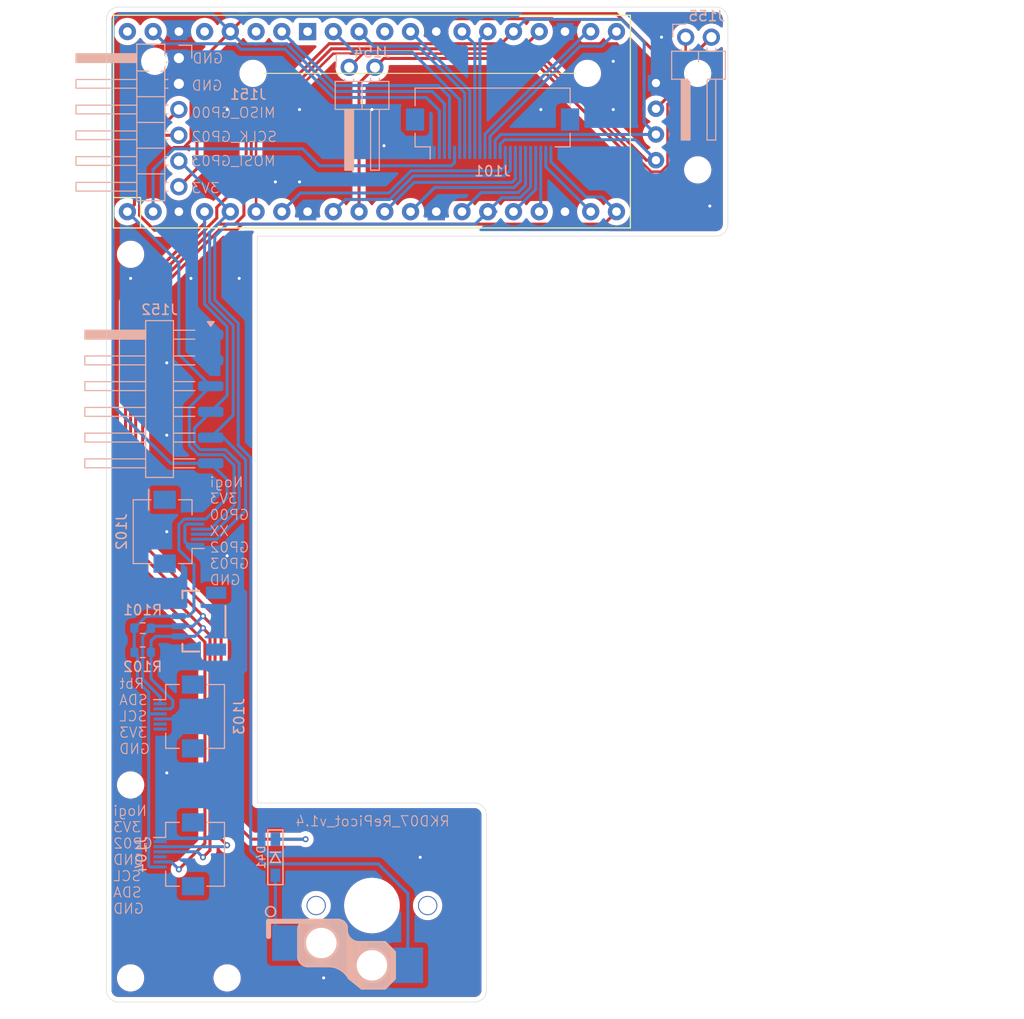
<source format=kicad_pcb>
(kicad_pcb (version 20241229) (generator "pcbnew") (generator_version "9.0")
  (layers (0 "F.Cu" signal) (2 "B.Cu" signal) (13 "F.Paste" user) (15 "B.Paste" user) (5 "F.SilkS" user "F.Silkscreen") (7 "B.SilkS" user "B.Silkscreen") (1 "F.Mask" user) (3 "B.Mask" user) (25 "Edge.Cuts" user))
  (net 0 "")
  (net 1 "VCC")
  (net 2 "GND")
  (net 3 "3V3")
  (net 13 "ROW4_L")
  (net 14 "COL9_L")
  (net 15 "SDA{slash}SCK_L")
  (net 16 "COL4_L")
  (net 17 "COL10_L")
  (net 18 "ROW1_L")
  (net 19 "COL2_L")
  (net 20 "ROW3_L")
  (net 21 "COL13_L")
  (net 22 "COL8_L")
  (net 23 "COL0_L")
  (net 24 "ROW0_L")
  (net 25 "COL6_L")
  (net 26 "COL3_L")
  (net 27 "COL7_L")
  (net 28 "COL5_L")
  (net 29 "COL1_L")
  (net 30 "SCL{slash}TX_L")
  (net 31 "ROW2_L")
  (net 32 "COL12_L")
  (net 33 "COL11_L")
  (net 34 "GP04")
  (net 35 "GP07")
  (net 36 "Net-(D41-A)")
  (net 37 "GP02_SCLK")
  (net 38 "GP00_MISO")
  (net 39 "GP03_MOSI")
  (footprint "kbd_Hole:m2_Screw_Hole" (layer "F.Cu") (at 80.9625 123.825)
    (property "Reference" "Ref**")
    (property "Value" "Val**")
  )
  (footprint "kbd_Hole:m2_Screw_Hole" (layer "F.Cu") (at 80.9625 52.3875)
    (property "Reference" "Ref**")
    (property "Value" "Val**")
  )
  (footprint "kbd_Hole:m2_Screw_Hole" (layer "F.Cu") (at 136.92199 34.528151)
    (property "Reference" "Ref**")
    (property "Value" "Val**")
  )
  (footprint "kbd_Hole:m2_Screw_Hole" (layer "F.Cu") (at 136.92199 44.053159)
    (property "Reference" "Ref**")
    (property "Value" "Val**")
  )
  (footprint "kbd_Hole:m2_Screw_Hole" (layer "F.Cu") (at 83.34375 33.337532)
    (property "Reference" "Ref**")
    (property "Value" "Val**")
  )
  (footprint "Rikkodo_FootPrint:rkd_RPi_Pico_TH_NODBG" (layer "F.Cu") (at 104.775 39.290625 90)
    (property "Reference" "U101" (hide yes))
    (property "Value" "Pico")
  )
  (footprint "kbd_Hole:m2_Screw_Hole" (layer "F.Cu") (at 90.4875 123.825)
    (property "Reference" "Ref**")
    (property "Value" "Val**")
  )
  (footprint "kbd_Hole:m2_Screw_Hole" (layer "F.Cu") (at 80.9625 104.775)
    (property "Reference" "Ref**")
    (property "Value" "Val**")
  )
  (footprint "BrownSugar_KBD:OLED_center_display" (layer "F.Cu") (at 114.3 39.290625 90)
    (property "Reference" "OL101")
    (property "Value" "OLED")
  )
  (footprint "Rikkodo_FootPrint:rkd_Asm_ChocV1V2_Hotswap_1u" (layer "F.Cu") (at 104.775 116.68125)
    (property "Reference" "SW41" (hide yes))
    (property "Value" "SW_Push" (hide yes))
  )
  (footprint "kbd_Parts:Diode_SMD" (layer "F.Cu") (at 95.25 111.91875 -90)
    (property "Reference" "D41")
    (property "Value" "D" (hide yes))
  )
  (footprint "Rikkodo_FootPrint:rkd_unified_wid_BTM" (layer "F.Cu") (at 109.5375 34.528125)
    (property "Reference" "UnifiedW**" (hide yes))
    (property "Value" "rkd_unified_wid_BTM" (hide yes))
  )
  (footprint "Connector_PinHeader_2.54mm:PinHeader_1x02_P2.54mm_Horizontal" (layer "B.Cu") (at 135.73125 30.95625 -90)
    (property "Reference" "J155")
    (property "Value" "Conn_01x02_Socket")
  )
  (footprint "Connector_FFC-FPC:Hirose_FH12-6S-0.5SH_1x06-1MP_P0.50mm_Horizontal" (layer "B.Cu") (at 85.724928 111.621 -90)
    (property "Reference" "J104")
    (property "Value" "Conn_01x06")
  )
  (footprint "Connector_FFC-FPC:Hirose_FH12-6S-0.5SH_1x06-1MP_P0.50mm_Horizontal" (layer "B.Cu") (at 85.725 79.771875 90)
    (property "Reference" "J102")
    (property "Value" "Conn_01x06")
  )
  (footprint "Connector_PinHeader_2.54mm:PinHeader_1x06_P2.54mm_Horizontal" (layer "B.Cu") (at 85.725 33.02 180)
    (property "Reference" "J151")
    (property "Value" "Conn_01x06")
  )
  (footprint "SparkFun-Connector:JST_SMD_1.0mm-4_Black" (layer "B.Cu") (at 85.725 88.60625 -90)
    (property "Reference" "J153")
    (property "Value" "Qwiic_RA")
  )
  (footprint "DreaM117er-keebLibrary:Hirose_FH12-6S-0.5SH_1x06-1MP_P0.50mm_Horizontal" (layer "B.Cu") (at 85.725 98.0125 -90)
    (property "Reference" "J103")
    (property "Value" "Conn_01x06")
  )
  (footprint "Connector_Harwin:Harwin_M20-89006xx_1x06_P2.54mm_Horizontal" (layer "B.Cu") (at 83.34375 66.675 180)
    (property "Reference" "J152")
    (property "Value" "Conn_01x06")
  )
  (footprint "Connector_PinHeader_2.54mm:PinHeader_1x02_P2.54mm_Horizontal" (layer "B.Cu") (at 102.532568 33.932841 -90)
    (property "Reference" "J154")
    (property "Value" "Conn_01x02_Socket")
  )
  (footprint "Resistor_SMD:R_0603_1608Metric" (layer "B.Cu") (at 82.153194 91.678202)
    (property "Reference" "R102")
    (property "Value" "1kΩ")
  )
  (footprint "Connector_FFC-FPC:Hirose_FH12-24S-0.5SH_1x24-1MP_P0.50mm_Horizontal" (layer "B.Cu") (at 116.68125 40.48125)
    (property "Reference" "J101")
    (property "Value" "Conn_01x24")
  )
  (footprint "Resistor_SMD:R_0603_1608Metric" (layer "B.Cu") (at 82.153194 89.29695)
    (property "Reference" "R101")
    (property "Value" "1kΩ")
  )
  (gr_line (start 79.771875 27.979708) (end 138.707929 27.979708) (stroke (width 0.05)) (layer "Edge.Cuts"))
  (gr_arc (start 138.707929 27.979686) (mid 139.549832 28.328418) (end 139.898577 29.170311) (stroke (width 0.05)) (layer "Edge.Cuts"))
  (gr_arc (start 78.581392 29.170409) (mid 78.930113 28.328529) (end 79.772017 27.979784) (stroke (width 0.05)) (layer "Edge.Cuts"))
  (gr_line (start 114.895418 126.20625) (end 79.771942 126.206251) (stroke (width 0.05)) (layer "Edge.Cuts"))
  (gr_arc (start 114.895409 106.561027) (mid 115.737309 106.909753) (end 116.086035 107.751653) (stroke (width 0.05)) (layer "Edge.Cuts"))
  (gr_line (start 93.464141 106.561027) (end 114.8954 106.561027) (stroke (width 0.05)) (layer "Edge.Cuts"))
  (gr_line (start 139.898574 29.160641) (end 139.898556 49.4109) (stroke (width 0.05)) (layer "Edge.Cuts"))
  (gr_arc (start 79.771942 126.206251) (mid 78.930042 125.857525) (end 78.581316 125.015625) (stroke (width 0.05)) (layer "Edge.Cuts"))
  (gr_arc (start 139.898555 49.410979) (mid 139.549811 50.252858) (end 138.707931 50.601603) (stroke (width 0.05)) (layer "Edge.Cuts"))
  (gr_line (start 138.707931 50.601605) (end 93.464141 50.601605) (stroke (width 0.05)) (layer "Edge.Cuts"))
  (gr_line (start 116.086035 107.742188) (end 116.086036 125.019964) (stroke (width 0.05)) (layer "Edge.Cuts"))
  (gr_line (start 78.581314 29.170409) (end 78.581316 125.015625) (stroke (width 0.05)) (layer "Edge.Cuts"))
  (gr_arc (start 116.086044 125.015625) (mid 115.73731 125.857516) (end 114.895418 126.206251) (stroke (width 0.05)) (layer "Edge.Cuts"))
  (gr_line (start 93.464141 50.601605) (end 93.464141 106.561027) (stroke (width 0.05)) (layer "Edge.Cuts"))
  (gr_text "MOSI_GP03" (at 86.915552 43.755432 0) (layer "B.SilkS") (effects (font (size 1 1) (thickness 0.1)) (justify right bottom mirror)))
  (gr_text "3V3" (at 86.915552 46.434336 0) (layer "B.SilkS") (effects (font (size 1 1) (thickness 0.1)) (justify right bottom mirror)))
  (gr_text "SCLK_GP02" (at 86.915552 41.374184 0) (layer "B.SilkS") (effects (font (size 1 1) (thickness 0.1)) (justify right bottom mirror)))
  (gr_text "MISO_GP00" (at 86.915552 38.992936 0) (layer "B.SilkS") (effects (font (size 1 1) (thickness 0.1)) (justify right bottom mirror)))
  (gr_text "RKD07_RePicot_v1.4" (at 112.514157 108.942279 0) (layer "B.SilkS") (effects (font (size 1 1) (thickness 0.1)) (justify left bottom mirror)))
  (gr_text "GND" (at 86.915552 36.314032 0) (layer "B.SilkS") (effects (font (size 1 1) (thickness 0.1)) (justify right bottom mirror)))
  (gr_text "GND" (at 86.995 33.635128 0) (layer "B.SilkS") (effects (font (size 1 1) (thickness 0.1)) (justify right bottom mirror)))
  (gr_text "Rbt\nSDA\nSCL\n3V3\nGND" (at 79.771942 101.798523 0) (layer "B.SilkS") (effects (font (size 1 1) (thickness 0.1)) (justify right bottom mirror)))
  (gr_text "Nogi\n3V3\nGP00\nXX\nGP02\nGP03\nGND" (at 88.701637 85.129759 0) (layer "B.SilkS") (effects (font (size 1 1) (thickness 0.1)) (justify right bottom mirror)))
  (gr_text "Nogi\n3V3\nGP02\nGND\nSCL\nSDA\nGND" (at 79.176496 117.57412 0) (layer "B.SilkS") (effects (font (size 1 1) (thickness 0.1)) (justify right bottom mirror)))
  (segment (start 83.64148 30.400657) (end 83.64148 30.93648) (width 0.3) (layer "F.Cu") (net 1))
  (segment (start 96.202478 32.146902) (end 91.842757 32.146902) (width 0.3) (layer "B.Cu") (net 1))
  (segment (start 111.43125 38.207751) (end 110.132905 36.909406) (width 0.3) (layer "B.Cu") (net 1))
  (segment (start 100.964982 36.909406) (end 96.202478 32.146902) (width 0.3) (layer "B.Cu") (net 1))
  (segment (start 111.43125 42.33125) (end 111.43125 38.207751) (width 0.3) (layer "B.Cu") (net 1))
  (segment (start 91.842757 32.146902) (end 91.29748 31.601625) (width 0.3) (layer "B.Cu") (net 1))
  (segment (start 110.132905 36.909406) (end 100.964982 36.909406) (width 0.3) (layer "B.Cu") (net 1))
  (segment (start 91.29748 31.601625) (end 84.386 31.601625) (width 0.3) (layer "B.Cu") (net 1))
  (segment (start 84.386 31.601625) (end 83.185 30.400625) (width 0.3) (layer "B.Cu") (net 1))
  (segment (start 112.393917 29.131708) (end 122.556083 29.131708) (width 0.3) (layer "F.Cu") (net 2))
  (segment (start 122.556083 29.131708) (end 123.825 30.400625) (width 0.3) (layer "F.Cu") (net 2))
  (segment (start 83.777385 43.296135) (end 83.777385 46.23301) (width 0.3) (layer "F.Cu") (net 2))
  (segment (start 111.125 48.180625) (end 112.326 46.979625) (width 0.3) (layer "F.Cu") (net 2))
  (segment (start 128.921 31.601625) (end 132.8 35.480625) (width 0.3) (layer "F.Cu") (net 2))
  (segment (start 122.624 46.979625) (end 123.825 48.180625) (width 0.3) (layer "F.Cu") (net 2))
  (segment (start 86.926 41.137471) (end 86.222471 41.841) (width 0.3) (layer "F.Cu") (net 2))
  (segment (start 86.222471 41.841) (end 85.23252 41.841) (width 0.3) (layer "F.Cu") (net 2))
  (segment (start 112.326 46.979625) (end 122.624 46.979625) (width 0.3) (layer "F.Cu") (net 2))
  (segment (start 98.425 48.180625) (end 98.425 46.0375) (width 0.3) (layer "F.Cu") (net 2))
  (segment (start 85.725 33.02) (end 85.725 30.400625) (width 0.3) (layer "F.Cu") (net 2))
  (segment (start 111.125 48.180625) (end 111.125 46.83125) (width 0.3) (layer "F.Cu") (net 2))
  (segment (start 98.425 46.0375) (end 97.63125 45.24375) (width 0.3) (layer "F.Cu") (net 2))
  (segment (start 111.125 46.83125) (end 105.965625 41.671875) (width 0.3) (layer "F.Cu") (net 2))
  (segment (start 85.23252 41.841) (end 83.777385 43.296135) (width 0.3) (layer "F.Cu") (net 2))
  (segment (start 85.725 33.02) (end 85.725 35.56) (width 0.3) (layer "F.Cu") (net 2))
  (segment (start 84.534304 44.350744) (end 84.56456 44.381) (width 0.3) (layer "F.Cu") (net 2))
  (segment (start 83.777385 46.23301) (end 85.725 48.180625) (width 0.3) (layer "F.Cu") (net 2))
  (segment (start 86.926 36.761) (end 86.926 41.137471) (width 0.3) (layer "F.Cu") (net 2))
  (segment (start 111.125 30.400625) (end 112.393917 29.131708) (width 0.3) (layer "F.Cu") (net 2))
  (segment (start 125.026 31.601625) (end 128.921 31.601625) (width 0.3) (layer "F.Cu") (net 2))
  (segment (start 85.725 35.56) (end 86.926 36.761) (width 0.3) (layer "F.Cu") (net 2))
  (segment (start 123.825 30.400625) (end 125.026 31.601625) (width 0.3) (layer "F.Cu") (net 2))
  (via (at 128.5875 38.1) (size 0.6) (drill 0.3) (layers "F.Cu" "B.Cu") (net 2))
  (via (at 91.678125 54.76875) (size 0.6) (drill 0.3) (layers "F.Cu" "B.Cu") (net 2))
  (via (at 128.5875 33.3375) (size 0.6) (drill 0.3) (layers "F.Cu" "B.Cu") (net 2))
  (via (at 105.965625 41.671875) (size 0.6) (drill 0.3) (layers "F.Cu" "B.Cu") (net 2))
  (via (at 86.915698 54.768796) (size 0.6) (drill 0.3) (layers "F.Cu" "B.Cu") (net 2))
  (via (at 90.4875 38.1) (size 0.6) (drill 0.3) (layers "F.Cu" "B.Cu") (net 2))
  (via (at 84.534375 70.246875) (size 0.6) (drill 0.3) (layers "F.Cu" "B.Cu") (net 2))
  (via (at 84.534375 79.771875) (size 0.6) (drill 0.3) (layers "F.Cu" "B.Cu") (net 2))
  (via (at 138.1125 47.625) (size 0.6) (drill 0.3) (layers "F.Cu" "B.Cu") (net 2))
  (via (at 104.775 38.1) (size 0.6) (drill 0.3) (layers "F.Cu" "B.Cu") (net 2))
  (via (at 121.44375 38.1) (size 0.6) (drill 0.3) (layers "F.Cu" "B.Cu") (net 2))
  (via (at 84.534375 63.103125) (size 0.6) (drill 0.3) (layers "F.Cu" "B.Cu") (net 2))
  (via (at 90.4875 82.153125) (size 0.6) (drill 0.3) (layers "F.Cu" "B.Cu") (net 2))
  (via (at 97.63125 38.1) (size 0.6) (drill 0.3) (layers "F.Cu" "B.Cu") (net 2))
  (via (at 100.0125 123.825) (size 0.6) (drill 0.3) (layers "F.Cu" "B.Cu") (net 2))
  (via (at 80.9625 54.76875) (size 0.6) (drill 0.3) (layers "F.Cu" "B.Cu") (net 2))
  (via (at 95.25 45.24375) (size 0.6) (drill 0.3) (layers "F.Cu" "B.Cu") (net 2))
  (via (at 109.5375 111.91875) (size 0.6) (drill 0.3) (layers "F.Cu" "B.Cu") (net 2))
  (via (at 133.35 30.95625) (size 0.6) (drill 0.3) (layers "F.Cu" "B.Cu") (net 2))
  (via (at 97.63125 45.24375) (size 0.6) (drill 0.3) (layers "F.Cu" "B.Cu") (net 2))
  (via (at 84.534375 103.584375) (size 0.6) (drill 0.3) (layers "F.Cu" "B.Cu") (net 2))
  (segment (start 83.875 98.2625) (end 87.474844 98.2625) (width 0.3) (layer "B.Cu") (net 2))
  (segment (start 86.475139 79.021875) (end 86.320385 79.176629) (width 0.3) (layer "B.Cu") (net 2))
  (segment (start 88.86875 60.325) (end 88.86875 62.865) (width 0.5) (layer "B.Cu") (net 2))
  (segment (start 92.312141 85.759016) (end 87.575 81.021875) (width 0.3) (layer "B.Cu") (net 2))
  (segment (start 87.474844 98.2625) (end 92.312141 93.425203) (width 0.3) (layer "B.Cu") (net 2))
  (segment (start 92.312141 93.425203) (end 92.312141 85.759016) (width 0.3) (layer "B.Cu") (net 2))
  (segment (start 87.80852 33.019968) (end 87.808488 33.02) (width 0.3) (layer "B.Cu") (net 2))
  (segment (start 87.575 79.021875) (end 86.475139 79.021875) (width 0.3) (layer "B.Cu") (net 2))
  (segment (start 110.93125 42.33125) (end 109.57925 42.33125) (width 0.3) (layer "B.Cu") (net 2))
  (segment (start 87.474844 98.2625) (end 83.874928 101.862416) (width 0.3) (layer "B.Cu") (net 2))
  (segment (start 105.965625 41.671875) (end 108.919875 41.671875) (width 0.3) (layer "B.Cu") (net 2))
  (segment (start 106.52825 39.28025) (end 94.068802 39.28025) (width 0.3) (layer "B.Cu") (net 2))
  (segment (start 86.320385 80.76926) (end 86.573 81.021875) (width 0.3) (layer "B.Cu") (net 2))
  (segment (start 106.52825 39.28025) (end 108.919875 41.671875) (width 0.3) (layer "B.Cu") (net 2))
  (segment (start 87.808488 33.02) (end 85.725 33.02) (width 0.3) (layer "B.Cu") (net 2))
  (segment (start 94.068802 39.28025) (end 87.80852 33.019968) (width 0.3) (layer "B.Cu") (net 2))
  (segment (start 108.919875 41.671875) (end 109.57925 42.33125) (width 0.3) (layer "B.Cu") (net 2))
  (segment (start 86.320385 79.176629) (end 86.320385 80.76926) (width 0.3) (layer "B.Cu") (net 2))
  (segment (start 83.874928 101.862416) (end 83.874928 110.371) (width 0.3) (layer "B.Cu") (net 2))
  (segment (start 86.573 81.021875) (end 87.575 81.021875) (width 0.3) (layer "B.Cu") (net 2))
  (segment (start 132.8 38.020625) (end 133.961 36.859625) (width 0.3) (layer "F.Cu") (net 3))
  (segment (start 133.961 33.70666) (end 128.885048 28.630708) (width 0.3) (layer "F.Cu") (net 3))
  (segment (start 87.510864 33.694761) (end 90.805 30.400625) (width 0.3) (layer "F.Cu") (net 3))
  (segment (start 85.725 45.72) (end 87.510864 43.934136) (width 0.3) (layer "F.Cu") (net 3))
  (segment (start 87.510864 43.934136) (end 87.510864 33.694761) (width 0.3) (layer "F.Cu") (net 3))
  (segment (start 92.574917 28.630708) (end 128.885048 28.630708) (width 0.3) (layer "F.Cu") (net 3))
  (segment (start 133.961 36.859625) (end 133.961 33.70666) (width 0.3) (layer "F.Cu") (net 3))
  (segment (start 90.805 30.400625) (end 92.574917 28.630708) (width 0.3) (layer "F.Cu") (net 3))
  (segment (start 81.652194 94.56461) (end 81.652194 92.002202) (width 0.3) (layer "B.Cu") (net 3))
  (segment (start 81.652194 92.002202) (end 81.328194 91.678202) (width 0.3) (layer "B.Cu") (net 3))
  (segment (start 87.575 78.521875) (end 86.683659 78.521875) (width 0.3) (layer "B.Cu") (net 3))
  (segment (start 82.872928 112.871) (end 83.874928 112.871) (width 0.3) (layer "B.Cu") (net 3))
  (segment (start 88.86875 73.025) (end 84.93125 73.025) (width 0.3) (layer "B.Cu") (net 3))
  (segment (start 86.683659 78.521875) (end 86.682659 78.520875) (width 0.3) (layer "B.Cu") (net 3))
  (segment (start 82.518894 88.10625) (end 81.328194 89.29695) (width 0.3) (layer "B.Cu") (net 3))
  (segment (start 96.384075 31.60822) (end 92.012595 31.60822) (width 0.3) (layer "B.Cu") (net 3))
  (segment (start 89.035083 28.630708) (end 90.805 30.400625) (width 0.3) (layer "B.Cu") (net 3))
  (segment (start 84.93125 73.025) (end 79.232314 67.326064) (width 0.3) (layer "B.Cu") (net 3))
  (segment (start 90.487576 76.430184) (end 88.395885 78.521875) (width 0.3) (layer "B.Cu") (net 3))
  (segment (start 82.748368 97.631168) (end 82.748368 112.74644) (width 0.3) (layer "B.Cu") (net 3))
  (segment (start 79.232314 67.326064) (end 79.232314 29.305437) (width 0.3) (layer "B.Cu") (net 3))
  (segment (start 92.012595 31.60822) (end 90.805 30.400625) (width 0.3) (layer "B.Cu") (net 3))
  (segment (start 85.725 88.10625) (end 82.518894 88.10625) (width 0.3) (layer "B.Cu") (net 3))
  (segment (start 82.8797 97.7625) (end 82.748368 97.631168) (width 0.3) (layer "B.Cu") (net 3))
  (segment (start 86.682659 78.520875) (end 86.267618 78.520875) (width 0.3) (layer "B.Cu") (net 3))
  (segment (start 87.213208 87.593042) (end 86.7 88.10625) (width 0.3) (layer "B.Cu") (net 3))
  (segment (start 101.078189 36.314093) (end 96.384075 31.619979) (width 0.3) (layer "B.Cu") (net 3))
  (segment (start 81.328194 89.29695) (end 81.328194 91.678202) (width 0.3) (layer "B.Cu") (net 3))
  (segment (start 110.728219 36.314093) (end 101.078189 36.314093) (width 0.3) (layer "B.Cu") (net 3))
  (segment (start 90.487576 74.643826) (end 90.487576 76.430184) (width 0.3) (layer "B.Cu") (net 3))
  (segment (start 86.267618 78.520875) (end 85.724928 79.063565) (width 0.3) (layer "B.Cu") (net 3))
  (segment (start 82.748368 97.631168) (end 82.748368 95.660784) (width 0.3) (layer "B.Cu") (net 3))
  (segment (start 96.384075 31.619979) (end 96.384075 31.60822) (width 0.3) (layer "B.Cu") (net 3))
  (segment (start 86.7 88.10625) (end 85.725 88.10625) (width 0.3) (layer "B.Cu") (net 3))
  (segment (start 85.724928 81.557744) (end 87.213208 83.046024) (width 0.3) (layer "B.Cu") (net 3))
  (segment (start 88.395885 78.521875) (end 87.575 78.521875) (width 0.3) (layer "B.Cu") (net 3))
  (segment (start 83.875 97.7625) (end 82.8797 97.7625) (width 0.3) (layer "B.Cu") (net 3))
  (segment (start 79.907043 28.630708) (end 89.035083 28.630708) (width 0.3) (layer "B.Cu") (net 3))
  (segment (start 79.232314 29.305437) (end 79.907043 28.630708) (width 0.3) (layer "B.Cu") (net 3))
  (segment (start 111.93125 42.33125) (end 111.93125 37.517124) (width 0.3) (layer "B.Cu") (net 3))
  (segment (start 82.748368 112.74644) (end 82.872928 112.871) (width 0.3) (layer "B.Cu") (net 3))
  (segment (start 88.86875 73.025) (end 90.487576 74.643826) (width 0.3) (layer "B.Cu") (net 3))
  (segment (start 111.93125 37.517124) (end 110.728219 36.314093) (width 0.3) (layer "B.Cu") (net 3))
  (segment (start 82.748368 95.660784) (end 81.652194 94.56461) (width 0.3) (layer "B.Cu") (net 3))
  (segment (start 87.213208 83.046024) (end 87.213208 87.593042) (width 0.3) (layer "B.Cu") (net 3))
  (segment (start 85.724928 79.063565) (end 85.724928 81.557744) (width 0.3) (layer "B.Cu") (net 3))
  (segment (start 92.86875 110.132905) (end 89.892263 107.156418) (width 0.3) (layer "F.Cu") (net 13))
  (segment (start 82.153125 80.9625) (end 82.153125 57.545581) (width 0.3) (layer "F.Cu") (net 13))
  (segment (start 98.226645 110.132905) (end 92.86875 110.132905) (width 0.3) (layer "F.Cu") (net 13))
  (segment (start 89.892263 107.156418) (end 89.892263 88.701638) (width 0.3) (layer "F.Cu") (net 13))
  (segment (start 127.674646 49.410979) (end 128.905 48.180625) (width 0.3) (layer "F.Cu") (net 13))
  (segment (start 89.892263 88.701638) (end 82.153125 80.9625) (width 0.3) (layer "F.Cu") (net 13))
  (segment (start 82.153125 57.545581) (end 89.786727 49.911979) (width 0.3) (layer "F.Cu") (net 13))
  (segment (start 91.480638 49.911979) (end 91.981637 49.410979) (width 0.3) (layer "F.Cu") (net 13))
  (segment (start 91.981637 49.410979) (end 127.674646 49.410979) (width 0.3) (layer "F.Cu") (net 13))
  (segment (start 89.786727 49.911979) (end 91.480638 49.911979) (width 0.3) (layer "F.Cu") (net 13))
  (via (at 98.226645 110.132905) (size 0.6) (drill 0.3) (layers "F.Cu" "B.Cu") (net 13))
  (segment (start 127.456367 46.731992) (end 128.905 48.180625) (width 0.3) (layer "B.Cu") (net 13))
  (segment (start 98.2158 110.14375) (end 95.25 110.14375) (width 0.3) (layer "B.Cu") (net 13))
  (segment (start 122.43125 43.254754) (end 125.908488 46.731992) (width 0.3) (layer "B.Cu") (net 13))
  (segment (start 122.43125 42.33125) (end 122.43125 43.254754) (width 0.3) (layer "B.Cu") (net 13))
  (segment (start 128.280625 48.180625) (end 128.905 48.180625) (width 0.3) (layer "B.Cu") (net 13))
  (segment (start 98.226645 110.132905) (end 98.2158 110.14375) (width 0.3) (layer "B.Cu") (net 13))
  (segment (start 125.908488 46.731992) (end 127.456367 46.731992) (width 0.3) (layer "B.Cu") (net 13))
  (segment (start 114.93125 42.33125) (end 114.93125 31.666875) (width 0.3) (layer "B.Cu") (net 14))
  (segment (start 114.93125 31.666875) (end 113.665 30.400625) (width 0.3) (layer "B.Cu") (net 14))
  (segment (start 92.144 48.540096) (end 92.144 45.783936) (width 0.3) (layer "F.Cu") (net 15))
  (segment (start 119.583 32.102625) (end 121.285 30.400625) (width 0.3) (layer "F.Cu") (net 15))
  (segment (start 92.869 39.998784) (end 100.765161 32.102625) (width 0.3) (layer "F.Cu") (net 15))
  (segment (start 92.869 45.058936) (end 92.869 39.998784) (width 0.3) (layer "F.Cu") (net 15))
  (segment (start 131.866619 43.100625) (end 132.8 43.100625) (width 0.3) (layer "F.Cu") (net 15))
  (segment (start 119.583 32.102625) (end 120.868619 32.102625) (width 0.3) (layer "F.Cu") (net 15))
  (segment (start 89.579207 49.410979) (end 91.273117 49.410979) (width 0.3) (layer "F.Cu") (net 15))
  (segment (start 81.4635 81.4635) (end 81.4635 57.526686) (width 0.3) (layer "F.Cu") (net 15))
  (segment (start 88.10625 88.10625) (end 81.4635 81.4635) (width 0.3) (layer "F.Cu") (net 15))
  (segment (start 90.4875 110.728125) (end 89.2968 109.537425) (width 0.3) (layer "F.Cu") (net 15))
  (segment (start 89.2968 89.2968) (end 88.10625 88.10625) (width 0.3) (layer "F.Cu") (net 15))
  (segment (start 92.144 45.783936) (end 92.869 45.058936) (width 0.3) (layer "F.Cu") (net 15))
  (segment (start 120.868619 32.102625) (end 131.866619 43.100625) (width 0.3) (layer "F.Cu") (net 15))
  (segment (start 81.4635 57.526686) (end 89.579207 49.410979) (width 0.3) (layer "F.Cu") (net 15))
  (segment (start 91.273117 49.410979) (end 92.144 48.540096) (width 0.3) (layer "F.Cu") (net 15))
  (segment (start 100.765161 32.102625) (end 119.583 32.102625) (width 0.3) (layer "F.Cu") (net 15))
  (segment (start 89.2968 109.537425) (end 89.2968 89.2968) (width 0.3) (layer "F.Cu") (net 15))
  (via (at 88.10625 88.10625) (size 0.6) (drill 0.3) (layers "F.Cu" "B.Cu") (net 15))
  (via (at 90.4875 110.728125) (size 0.6) (drill 0.3) (layers "F.Cu" "B.Cu") (net 15))
  (segment (start 117.43125 42.33125) (end 117.43125 41.517054) (width 0.3) (layer "B.Cu") (net 15))
  (segment (start 82.978194 89.29695) (end 82.153194 90.12195) (width 0.3) (layer "B.Cu") (net 15))
  (segment (start 132.8 43.100625) (end 132.699 43.201625) (width 0.3) (layer "B.Cu") (net 15))
  (segment (start 87.10625 89.10625) (end 88.10625 88.10625) (width 0.3) (layer "B.Cu") (net 15))
  (segment (start 130.775903 41.076528) (end 132.8 43.100625) (width 0.3) (layer "B.Cu") (net 15))
  (segment (start 85.725 89.10625) (end 87.10625 89.10625) (width 0.3) (layer "B.Cu") (net 15))
  (segment (start 90.344625 110.871) (end 90.4875 110.728125) (width 0.3) (layer "B.Cu") (net 15))
  (segment (start 83.168894 89.10625) (end 82.978194 89.29695) (width 0.3) (layer "B.Cu") (net 15))
  (segment (start 83.874928 110.871) (end 90.344625 110.871) (width 0.3) (layer "B.Cu") (net 15))
  (segment (start 83.875 96.078896) (end 83.875 96.7625) (width 0.3) (layer "B.Cu") (net 15))
  (segment (start 82.153194 90.12195) (end 82.153194 94.35709) (width 0.3) (layer "B.Cu") (net 15))
  (segment (start 82.153194 94.35709) (end 83.875 96.078896) (width 0.3) (layer "B.Cu") (net 15))
  (segment (start 85.725 89.10625) (end 83.168894 89.10625) (width 0.3) (layer "B.Cu") (net 15))
  (segment (start 117.871776 41.076528) (end 130.775903 41.076528) (width 0.3) (layer "B.Cu") (net 15))
  (segment (start 117.43125 41.517054) (end 117.871776 41.076528) (width 0.3) (layer "B.Cu") (net 15))
  (segment (start 119.203215 46.293521) (end 115.552104 46.293521) (width 0.3) (layer "B.Cu") (net 16))
  (segment (start 119.93125 45.565486) (end 119.203215 46.293521) (width 0.3) (layer "B.Cu") (net 16))
  (segment (start 119.93125 42.33125) (end 119.93125 45.565486) (width 0.3) (layer "B.Cu") (net 16))
  (segment (start 115.552104 46.293521) (end 113.665 48.180625) (width 0.3) (layer "B.Cu") (net 16))
  (segment (start 114.43125 36.246875) (end 108.585 30.400625) (width 0.3) (layer "B.Cu") (net 17))
  (segment (start 114.43125 42.33125) (end 114.43125 36.246875) (width 0.3) (layer "B.Cu") (net 17))
  (segment (start 120.93125 45.994375) (end 118.745 48.180625) (width 0.3) (layer "B.Cu") (net 18))
  (segment (start 120.93125 42.33125) (end 120.93125 45.994375) (width 0.3) (layer "B.Cu") (net 18))
  (segment (start 108.934104 45.291521) (end 106.045 48.180625) (width 0.3) (layer "B.Cu") (net 19))
  (segment (start 118.93125 42.33125) (end 118.93125 44.963998) (width 0.3) (layer "B.Cu") (net 19))
  (segment (start 118.603727 45.291521) (end 108.934104 45.291521) (width 0.3) (layer "B.Cu") (net 19))
  (segment (start 118.93125 44.963998) (end 118.603727 45.291521) (width 0.3) (layer "B.Cu") (net 19))
  (segment (start 121.93125 42.33125) (end 121.93125 43.746875) (width 0.3) (layer "B.Cu") (net 20))
  (segment (start 121.93125 43.746875) (end 126.365 48.180625) (width 0.3) (layer "B.Cu") (net 20))
  (segment (start 85.227529 41.979) (end 83.185 44.021529) (width 0.3) (layer "B.Cu") (net 21))
  (segment (start 112.623 43.6464) (end 99.605775 43.6464) (width 0.3) (layer "B.Cu") (net 21))
  (segment (start 85.227561 41.978968) (end 85.227529 41.979) (width 0.3) (layer "B.Cu") (net 21))
  (segment (start 97.938343 41.978968) (end 85.227561 41.978968) (width 0.3) (layer "B.Cu") (net 21))
  (segment (start 112.93125 43.33815) (end 112.623 43.6464) (width 0.3) (layer "B.Cu") (net 21))
  (segment (start 83.185 44.021529) (end 83.185 48.180625) (width 0.3) (layer "B.Cu") (net 21))
  (segment (start 112.93125 42.33125) (end 112.93125 43.33815) (width 0.3) (layer "B.Cu") (net 21))
  (segment (start 99.605775 43.6464) (end 97.938343 41.978968) (width 0.3) (layer "B.Cu") (net 21))
  (segment (start 116.205 30.400625) (end 115.43125 31.174375) (width 0.3) (layer "B.Cu") (net 22))
  (segment (start 115.43125 31.174375) (end 115.43125 42.33125) (width 0.3) (layer "B.Cu") (net 22))
  (segment (start 108.64444 44.1474) (end 117.479808 44.1474) (width 0.3) (layer "B.Cu") (net 23))
  (segment (start 117.479808 44.1474) (end 117.93125 43.695958) (width 0.3) (layer "B.Cu") (net 23))
  (segment (start 97.724589 46.341036) (end 106.467549 46.341036) (width 0.3) (layer "B.Cu") (net 23))
  (segment (start 106.467549 46.324291) (end 108.64444 44.1474) (width 0.3) (layer "B.Cu") (net 23))
  (segment (start 106.467549 46.341036) (end 106.467549 46.324291) (width 0.3) (layer "B.Cu") (net 23))
  (segment (start 95.885 48.180625) (end 97.724589 46.341036) (width 0.3) (layer "B.Cu") (net 23))
  (segment (start 117.93125 43.695958) (end 117.93125 42.33125) (width 0.3) (layer "B.Cu") (net 23))
  (segment (start 101.213471 35.729096) (end 111.333847 35.729096) (width 0.3) (layer "B.Cu") (net 24))
  (segment (start 111.333847 35.729096) (end 112.43125 36.826499) (width 0.3) (layer "B.Cu") (net 24))
  (segment (start 112.43125 36.826499) (end 112.43125 42.33125) (width 0.3) (layer "B.Cu") (net 24))
  (segment (start 95.885 30.400625) (end 101.213471 35.729096) (width 0.3) (layer "B.Cu") (net 24))
  (segment (start 125.313308 31.849192) (end 127.456433 31.849192) (width 0.3) (layer "B.Cu") (net 25))
  (segment (start 116.43125 42.33125) (end 116.43125 40.73125) (width 0.3) (layer "B.Cu") (net 25))
  (segment (start 127.456433 31.849192) (end 128.905 30.400625) (width 0.3) (layer "B.Cu") (net 25))
  (segment (start 116.43125 40.73125) (end 125.313308 31.849192) (width 0.3) (layer "B.Cu") (net 25))
  (segment (start 118.811247 45.792521) (end 110.973104 45.792521) (width 0.3) (layer "B.Cu") (net 26))
  (segment (start 119.43125 42.33125) (end 119.43125 45.172518) (width 0.3) (layer "B.Cu") (net 26))
  (segment (start 119.43125 45.172518) (end 118.811247 45.792521) (width 0.3) (layer "B.Cu") (net 26))
  (segment (start 110.973104 45.792521) (end 108.585 48.180625) (width 0.3) (layer "B.Cu") (net 26))
  (segment (start 115.93125 40.52273) (end 126.053355 30.400625) (width 0.3) (layer "B.Cu") (net 27))
  (segment (start 115.93125 42.33125) (end 115.93125 40.52273) (width 0.3) (layer "B.Cu") (net 27))
  (segment (start 126.053355 30.400625) (end 126.365 30.400625) (width 0.3) (layer "B.Cu") (net 27))
  (segment (start 94.115047 112.56975) (end 105.401392 112.56975) (width 0.3) (layer "B.Cu") (net 28))
  (segment (start 117.591104 46.794521) (end 116.205 48.180625) (width 0.3) (layer "B.Cu") (net 28))
  (segment (start 119.422584 46.794521) (end 117.591104 46.794521) (width 0.3) (layer "B.Cu") (net 28))
  (segment (start 89.267 56.893684) (end 91.583889 59.210573) (width 0.3) (layer "B.Cu") (net 28))
  (segment (start 120.43125 42.33125) (end 120.43125 45.785855) (width 0.3) (layer "B.Cu") (net 28))
  (segment (start 117.018455 48.180625) (end 116.205 48.180625) (width 0.3) (layer "B.Cu") (net 28))
  (segment (start 114.974646 49.410979) (end 90.487576 49.410979) (width 0.3) (layer "B.Cu") (net 28))
  (segment (start 92.813141 72.47087) (end 92.813141 111.267844) (width 0.3) (layer "B.Cu") (net 28))
  (segment (start 91.583889 71.241618) (end 92.813141 72.47087) (width 0.3) (layer "B.Cu") (net 28))
  (segment (start 89.267 50.631555) (end 89.267 56.893684) (width 0.3) (layer "B.Cu") (net 28))
  (segment (start 105.401392 112.56975) (end 108.325 115.493358) (width 0.3) (layer "B.Cu") (net 28))
  (segment (start 108.325 115.493358) (end 108.325 122.58125) (width 0.3) (layer "B.Cu") (net 28))
  (segment (start 90.487576 49.410979) (end 89.267 50.631555) (width 0.3) (layer "B.Cu") (net 28))
  (segment (start 92.813141 111.267844) (end 94.115047 112.56975) (width 0.3) (layer "B.Cu") (net 28))
  (segment (start 116.205 48.180625) (end 114.974646 49.410979) (width 0.3) (layer "B.Cu") (net 28))
  (segment (start 91.583889 59.210573) (end 91.583889 71.241618) (width 0.3) (layer "B.Cu") (net 28))
  (segment (start 120.43125 45.785855) (end 119.422584 46.794521) (width 0.3) (layer "B.Cu") (net 28))
  (segment (start 106.53748 46.979625) (end 108.868705 44.6484) (width 0.3) (layer "B.Cu") (net 29))
  (segment (start 100.965 48.180625) (end 102.166 46.979625) (width 0.3) (layer "B.Cu") (net 29))
  (segment (start 102.166 46.979625) (end 106.53748 46.979625) (width 0.3) (layer "B.Cu") (net 29))
  (segment (start 108.868705 44.6484) (end 117.871776 44.6484) (width 0.3) (layer "B.Cu") (net 29))
  (segment (start 118.43125 44.088926) (end 118.43125 42.33125) (width 0.3) (layer "B.Cu") (net 29))
  (segment (start 117.871776 44.6484) (end 118.43125 44.088926) (width 0.3) (layer "B.Cu") (net 29))
  (segment (start 88.7958 111.2292) (end 88.7958 89.986426) (width 0.3) (layer "F.Cu") (net 30))
  (segment (start 89.466 47.753416) (end 92.368 44.851416) (width 0.3) (layer "F.Cu") (net 30))
  (segment (start 80.9625 82.153126) (end 80.9625 57.319166) (width 0.3) (layer "F.Cu") (net 30))
  (segment (start 92.368 44.851416) (end 92.368 39.791263) (width 0.3) (layer "F.Cu") (net 30))
  (segment (start 100.557639 31.601625) (end 117.544 31.601625) (width 0.3) (layer "F.Cu") (net 30))
  (segment (start 89.466 48.815666) (end 89.466 47.753416) (width 0.3) (layer "F.Cu") (net 30))
  (segment (start 117.544 31.601625) (end 118.745 30.400625) (width 0.3) (layer "F.Cu") (net 30))
  (segment (start 88.10625 111.91875) (end 88.7958 111.2292) (width 0.3) (layer "F.Cu") (net 30))
  (segment (start 80.9625 57.319166) (end 89.466 48.815666) (width 0.3) (layer "F.Cu") (net 30))
  (segment (start 92.368 39.791263) (end 100.557639 31.601625) (width 0.3) (layer "F.Cu") (net 30))
  (segment (start 88.7958 89.986426) (end 88.106324 89.29695) (width 0.3) (layer "F.Cu") (net 30))
  (segment (start 88.077564 89.26819) (end 80.9625 82.153126) (width 0.3) (layer "F.Cu") (net 30))
  (via (at 88.106324 89.29695) (size 0.6) (drill 0.3) (layers "F.Cu" "B.Cu") (net 30))
  (via (at 88.10625 111.91875) (size 0.6) (drill 0.3) (layers "F.Cu" "B.Cu") (net 30))
  (segment (start 82.978194 94.289122) (end 85.129616 96.440544) (width 0.3) (layer "B.Cu") (net 30))
  (segment (start 85.725 90.10625) (end 85.725 90.189766) (width 0.3) (layer "B.Cu") (net 30))
  (segment (start 116.93125 42.33125) (end 116.93125 41.124086) (width 0.3) (layer "B.Cu") (net 30))
  (segment (start 87.297024 90.10625) (end 88.106324 89.29695) (width 0.3) (layer "B.Cu") (net 30))
  (segment (start 133.245 40.115625) (end 132.8 40.560625) (width 0.3) (layer "B.Cu") (net 30))
  (segment (start 117.494711 40.560625) (end 132.8 40.560625) (width 0.3) (layer "B.Cu") (net 30))
  (segment (start 85.725 90.10625) (end 83.427198 90.10625) (width 0.3) (layer "B.Cu") (net 30))
  (segment (start 82.978194 90.555254) (end 82.978194 91.678202) (width 0.3) (layer "B.Cu") (net 30))
  (segment (start 119.946 29.199625) (end 129.402471 29.199625) (width 0.3) (layer "B.Cu") (net 30))
  (segment (start 129.402471 29.199625) (end 131.639 31.436154) (width 0.3) (layer "B.Cu") (net 30))
  (segment (start 116.93125 41.124086) (end 117.494711 40.560625) (width 0.3) (layer "B.Cu") (net 30))
  (segment (start 131.639 31.436154) (end 131.639 39.399625) (width 0.3) (layer "B.Cu") (net 30))
  (segment (start 88.10625 111.91875) (end 87.5585 111.371) (width 0.3) (layer "B.Cu") (net 30))
  (segment (start 85.129616 97.036009) (end 84.903125 97.2625) (width 0.3) (layer "B.Cu") (net 30))
  (segment (start 83.427198 90.10625) (end 82.978194 90.555254) (width 0.3) (layer "B.Cu") (net 30))
  (segment (start 87.5585 111.371) (end 83.874928 111.371) (width 0.3) (layer "B.Cu") (net 30))
  (segment (start 84.903125 97.2625) (end 83.875 97.2625) (width 0.3) (layer "B.Cu") (net 30))
  (segment (start 82.748507 91.907889) (end 82.978194 91.678202) (width 0.3) (layer "B.Cu") (net 30))
  (segment (start 82.978194 91.678202) (end 82.978194 94.289122) (width 0.3) (layer "B.Cu") (net 30))
  (segment (start 85.725 90.10625) (end 87.297024 90.10625) (width 0.3) (layer "B.Cu") (net 30))
  (segment (start 85.129616 96.440544) (end 85.129616 97.036009) (width 0.3) (layer "B.Cu") (net 30))
  (segment (start 118.745 30.400625) (end 119.946 29.199625) (width 0.3) (layer "B.Cu") (net 30))
  (segment (start 131.639 39.399625) (end 132.8 40.560625) (width 0.3) (layer "B.Cu") (net 30))
  (segment (start 121.43125 48.034375) (end 121.43125 42.33125) (width 0.3) (layer "B.Cu") (net 31))
  (segment (start 121.285 48.180625) (end 121.43125 48.034375) (width 0.3) (layer "B.Cu") (net 31))
  (segment (start 113.43125 37.117979) (end 108.757775 32.444504) (width 0.3) (layer "B.Cu") (net 32))
  (segment (start 103.008878 32.444504) (end 100.965 30.400626) (width 0.3) (layer "B.Cu") (net 32))
  (segment (start 100.965 30.400626) (end 100.965 30.400625) (width 0.3) (layer "B.Cu") (net 32))
  (segment (start 108.757775 32.444504) (end 103.008878 32.444504) (width 0.3) (layer "B.Cu") (net 32))
  (segment (start 113.43125 42.33125) (end 113.43125 37.117979) (width 0.3) (layer "B.Cu") (net 32))
  (segment (start 113.93125 42.33125) (end 113.93125 36.455395) (width 0.3) (layer "B.Cu") (net 33))
  (segment (start 109.325047 31.849192) (end 104.953567 31.849192) (width 0.3) (layer "B.Cu") (net 33))
  (segment (start 113.93125 36.455395) (end 109.325047 31.849192) (width 0.3) (layer "B.Cu") (net 33))
  (segment (start 104.953567 31.849192) (end 103.505 30.400625) (width 0.3) (layer "B.Cu") (net 33))
  (segment (start 133.945425 37.548366) (end 133.945425 43.597103) (width 0.25) (layer "F.Cu") (net 34))
  (segment (start 103.886784 32.578625) (end 100.962325 32.578625) (width 0.25) (layer "F.Cu") (net 34))
  (segment (start 93.345 40.19595) (end 100.962325 32.578625) (width 0.25) (layer "F.Cu") (net 34))
  (segment (start 103.886784 32.578625) (end 102.532568 33.932841) (width 0.25) (layer "F.Cu") (net 34))
  (segment (start 132.329453 44.236625) (end 120.671453 32.578625) (width 0.25) (layer "F.Cu") (net 34))
  (segment (start 135.73125 30.95625) (end 135.73125 32.823084) (width 0.25) (layer "F.Cu") (net 34))
  (segment (start 133.945425 43.597103) (end 133.305903 44.236625) (width 0.25) (layer "F.Cu") (net 34))
  (segment (start 134.437 34.117334) (end 134.437 37.056791) (width 0.25) (layer "F.Cu") (net 34))
  (segment (start 135.73125 32.823084) (end 134.437 34.117334) (width 0.25) (layer "F.Cu") (net 34))
  (segment (start 133.305903 44.236625) (end 132.329453 44.236625) (width 0.25) (layer "F.Cu") (net 34))
  (segment (start 134.437 37.056791) (end 133.945425 37.548366) (width 0.25) (layer "F.Cu") (net 34))
  (segment (start 120.671453 32.578625) (end 103.886784 32.578625) (width 0.25) (layer "F.Cu") (net 34))
  (segment (start 93.345 48.180625) (end 93.345 40.19595) (width 0.25) (layer "F.Cu") (net 34))
  (segment (start 134.421425 43.794269) (end 133.520745 44.694949) (width 0.3) (layer "F.Cu") (net 35))
  (segment (start 105.950784 33.054625) (end 105.072568 33.932841) (width 0.3) (layer "F.Cu") (net 35))
  (segment (start 133.538421 44.712625) (end 132.132287 44.712625) (width 0.3) (layer "F.Cu") (net 35))
  (segment (start 134.913 34.3145) (end 134.913 37.253957) (width 0.3) (layer "F.Cu") (net 35))
  (segment (start 138.27125 30.95625) (end 134.913 34.3145) (width 0.3) (layer "F.Cu") (net 35))
  (segment (start 134.421425 37.745532) (end 134.421425 43.794269) (width 0.3) (layer "F.Cu") (net 35))
  (segment (start 120.474287 33.054625) (end 105.950784 33.054625) (width 0.3) (layer "F.Cu") (net 35))
  (segment (start 133.520745 44.694949) (end 133.538421 44.712625) (width 0.3) (layer "F.Cu") (net 35))
  (segment (start 105.072568 33.932841) (end 103.505 35.500409) (width 0.3) (layer "F.Cu") (net 35))
  (segment (start 134.913 37.253957) (end 134.421425 37.745532) (width 0.3) (layer "F.Cu") (net 35))
  (segment (start 103.505 35.500409) (end 103.505 48.180625) (width 0.3) (layer "F.Cu") (net 35))
  (segment (start 132.132287 44.712625) (end 120.474287 33.054625) (width 0.3) (layer "F.Cu") (net 35))
  (segment (start 95.25 113.69375) (end 95.25 119.20625) (width 0.3) (layer "B.Cu") (net 36))
  (segment (start 95.25 119.20625) (end 96.425 120.38125) (width 0.3) (layer "B.Cu") (net 36))
  (segment (start 88.2948 110.539575) (end 88.2948 90.676048) (width 0.3) (layer "F.Cu") (net 37))
  (segment (start 83.312154 50.00625) (end 81.846 48.540096) (width 0.3) (layer "F.Cu") (net 37))
  (segment (start 87.566896 50.00625) (end 83.312154 50.00625) (width 0.3) (layer "F.Cu") (net 37))
  (segment (start 85.725 113.109375) (end 88.2948 110.539575) (width 0.3) (layer "F.Cu") (net 37))
  (segment (start 81.846 42.68752) (end 83.89352 40.64) (width 0.3) (layer "F.Cu") (net 37))
  (segment (start 81.846 48.540096) (end 81.846 42.68752) (width 0.3) (layer "F.Cu") (net 37))
  (segment (start 80.4615 82.842748) (end 80.4615 57.111646) (width 0.3) (layer "F.Cu") (net 37))
  (segment (start 88.2948 90.676048) (end 80.4615 82.842748) (width 0.3) (layer "F.Cu") (net 37))
  (segment (start 80.4615 57.111646) (end 87.566896 50.00625) (width 0.3) (layer "F.Cu") (net 37))
  (segment (start 88.265 49.308146) (end 87.566896 50.00625) (width 0.3) (layer "F.Cu") (net 37))
  (segment (start 83.89352 40.64) (end 85.725 40.64) (width 0.3) (layer "F.Cu") (net 37))
  (segment (start 88.265 48.180625) (end 88.265 49.308146) (width 0.3) (layer "F.Cu") (net 37))
  (via (at 85.725 113.109375) (size 0.6) (drill 0.3) (layers "F.Cu" "B.Cu") (net 37))
  (segment (start 90.487576 66.326174) (end 88.86875 67.945) (width 0.3) (layer "B.Cu") (net 37))
  (segment (start 84.986625 112.371) (end 83.874928 112.371) (width 0.3) (layer "B.Cu") (net 37))
  (segment (start 87.26775 71.081105) (end 87.26775 69.546) (width 0.3) (layer "B.Cu") (net 37))
  (segment (start 87.859645 71.673) (end 87.26775 71.081105) (width 0.3) (layer "B.Cu") (net 37))
  (segment (start 90.487576 59.5313) (end 90.487576 66.326174) (width 0.3) (layer "B.Cu") (net 37))
  (segment (start 87.575 80.021875) (end 89.047017 80.021875) (width 0.3) (layer "B.Cu") (net 37))
  (segment (start 91.678202 73.019062) (end 90.33214 71.673) (width 0.3) (layer "B.Cu") (net 37))
  (segment (start 87.26775 69.546) (end 88.86875 67.945) (width 0.3) (layer "B.Cu") (net 37))
  (segment (start 89.047017 80.021875) (end 91.678202 77.39069) (width 0.3) (layer "B.Cu") (net 37))
  (segment (start 91.678202 77.39069) (end 91.678202 73.019062) (width 0.3) (layer "B.Cu") (net 37))
  (segment (start 85.725 113.109375) (end 84.986625 112.371) (width 0.3) (layer "B.Cu") (net 37))
  (segment (start 88.265 57.308724) (end 90.487576 59.5313) (width 0.3) (layer "B.Cu") (net 37))
  (segment (start 88.265 48.180625) (end 88.265 57.308724) (width 0.3) (layer "B.Cu") (net 37))
  (segment (start 90.33214 71.673) (end 87.859645 71.673) (width 0.3) (layer "B.Cu") (net 37))
  (segment (start 81.345 47.480625) (end 80.645 48.180625) (width 0.3) (layer "F.Cu") (net 38))
  (segment (start 81.345 42.48) (end 81.345 47.480625) (width 0.3) (layer "F.Cu") (net 38))
  (segment (start 85.725 38.1) (end 81.345 42.48) (width 0.3) (layer "F.Cu") (net 38))
  (segment (start 91.177202 77.18317) (end 91.177202 73.226582) (width 0.3) (layer "B.Cu") (net 38))
  (segment (start 88.838497 79.521875) (end 91.177202 77.18317) (width 0.3) (layer "B.Cu") (net 38))
  (segment (start 87.652125 72.174) (end 86.76675 71.288626) (width 0.3) (layer "B.Cu") (net 38))
  (segment (start 88.86875 65.405) (end 85.725 62.26125) (width 0.3) (layer "B.Cu") (net 38))
  (segment (start 91.177202 73.226582) (end 90.12462 72.174) (width 0.3) (layer "B.Cu") (net 38))
  (segment (start 85.725 53.260625) (end 80.645 48.180625) (width 0.3) (layer "B.Cu") (net 38))
  (segment (start 90.12462 72.174) (end 87.652125 72.174) (width 0.3) (layer "B.Cu") (net 38))
  (segment (start 85.725 62.26125) (end 85.725 53.260625) (width 0.3) (layer "B.Cu") (net 38))
  (segment (start 86.76675 67.507) (end 88.86875 65.405) (width 0.3) (layer "B.Cu") (net 38))
  (segment (start 86.76675 71.288626) (end 86.76675 67.507) (width 0.3) (layer "B.Cu") (net 38))
  (segment (start 87.575 79.521875) (end 88.838497 79.521875) (width 0.3) (layer "B.Cu") (net 38))
  (segment (start 85.725 43.18) (end 85.804375 43.18) (width 0.3) (layer "B.Cu") (net 39))
  (segment (start 85.804375 43.18) (end 90.805 48.180625) (width 0.3) (layer "B.Cu") (net 39))
  (segment (start 92.312141 72.678391) (end 92.312141 77.688216) (width 0.3) (layer "B.Cu") (net 39))
  (segment (start 88.86875 70.485) (end 90.11875 70.485) (width 0.3) (layer "B.Cu") (net 39))
  (segment (start 90.11875 70.485) (end 92.312141 72.678391) (width 0.3) (layer "B.Cu") (net 39))
  (segment (start 90.805 48.180625) (end 88.766 50.219625) (width 0.3) (layer "B.Cu") (net 39))
  (segment (start 88.766 57.101204) (end 91.082889 59.418093) (width 0.3) (layer "B.Cu") (net 39))
  (segment (start 89.478482 80.521875) (end 92.312141 77.688216) (width 0.3) (layer "B.Cu") (net 39))
  (segment (start 91.082889 59.418093) (end 91.082889 68.270861) (width 0.3) (layer "B.Cu") (net 39))
  (segment (start 90.805 48.180625) (end 91.082889 48.458514) (width 0.3) (layer "B.Cu") (net 39))
  (segment (start 87.575 80.521875) (end 89.478482 80.521875) (width 0.3) (layer "B.Cu") (net 39))
  (segment (start 91.082889 68.270861) (end 88.86875 70.485) (width 0.3) (layer "B.Cu") (net 39))
  (segment (start 88.766 50.219625) (end 88.766 57.101204) (width 0.3) (layer "B.Cu") (net 39))
  (zone (net 2) (net_name "GND") (layers "F.Cu" "B.Cu") (priority 1) (connect_pads yes (clearance 0.5)) (min_thickness 0.25) (fill yes (thermal_gap 0.5) (thermal_bridge_width 0.5))
    (polygon (pts (xy 78.581316 27.979704) (xy 78.581316 126.206356) (xy 116.681348 126.206356) (xy 116.681348 106.263192) (xy 94.059454 106.263192) (xy 94.059454 50.899176) (xy 140.493632 50.899176) (xy 140.493868 27.979704)))
  )
)
</source>
